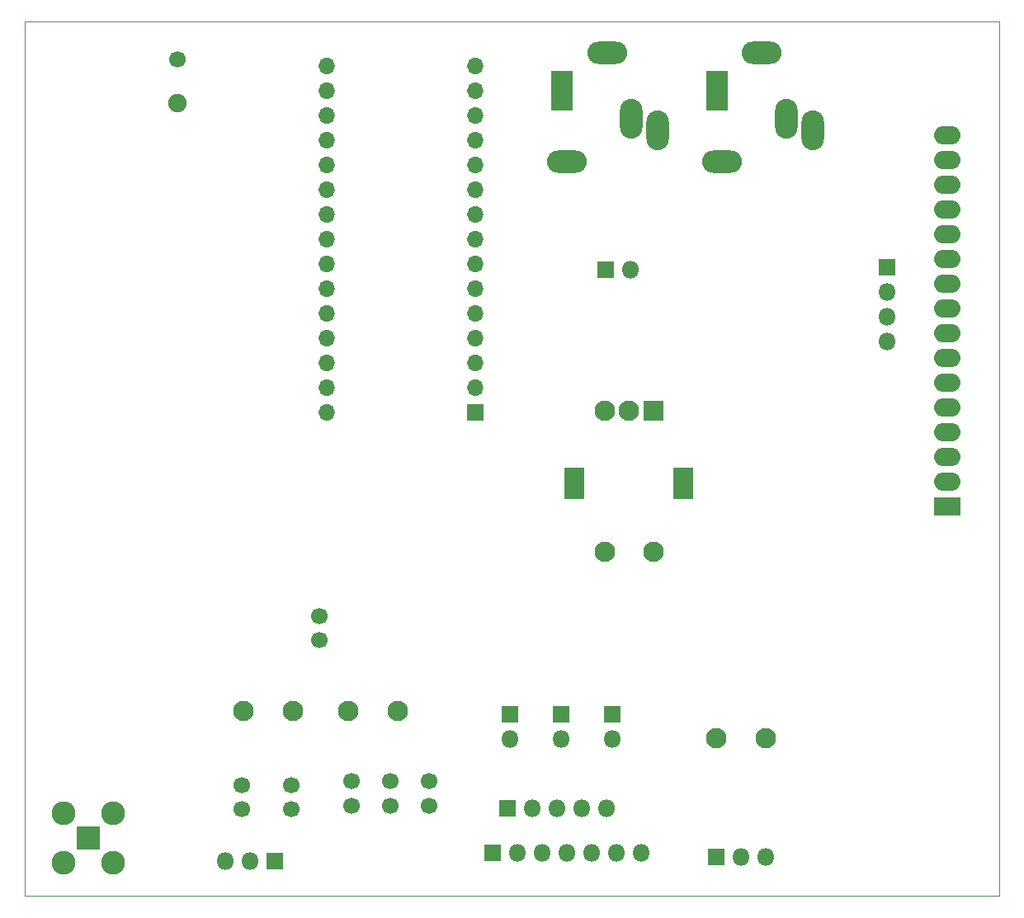
<source format=gbr>
%TF.GenerationSoftware,KiCad,Pcbnew,5.1.6+dfsg1-1*%
%TF.CreationDate,2021-04-07T14:27:39-04:00*%
%TF.ProjectId,uSDX-x,75534458-2d78-42e6-9b69-6361645f7063,rev?*%
%TF.SameCoordinates,Original*%
%TF.FileFunction,Soldermask,Bot*%
%TF.FilePolarity,Negative*%
%FSLAX46Y46*%
G04 Gerber Fmt 4.6, Leading zero omitted, Abs format (unit mm)*
G04 Created by KiCad (PCBNEW 5.1.6+dfsg1-1) date 2021-04-07 14:27:39*
%MOMM*%
%LPD*%
G01*
G04 APERTURE LIST*
%TA.AperFunction,Profile*%
%ADD10C,0.050000*%
%TD*%
%ADD11C,1.900000*%
%ADD12C,1.700000*%
%ADD13C,2.440000*%
%ADD14R,2.440000X2.440000*%
%ADD15O,2.700000X1.900000*%
%ADD16R,2.700000X1.900000*%
%ADD17R,2.100000X2.100000*%
%ADD18C,2.100000*%
%ADD19R,2.100000X3.300000*%
%ADD20O,1.800000X1.800000*%
%ADD21R,1.800000X1.800000*%
%ADD22O,4.100000X2.300000*%
%ADD23O,2.300000X4.100000*%
%ADD24R,2.300000X4.100000*%
%ADD25O,1.700000X1.700000*%
%ADD26R,1.700000X1.700000*%
G04 APERTURE END LIST*
D10*
X89350000Y-143150000D02*
X89350000Y-53400000D01*
X189350000Y-143150000D02*
X89350000Y-143150000D01*
X189350000Y-53400000D02*
X189350000Y-143150000D01*
X89350000Y-53400000D02*
X189350000Y-53400000D01*
D11*
%TO.C,J1*%
X105000000Y-61800000D03*
D12*
X105000000Y-57300000D03*
%TD*%
D13*
%TO.C,J3*%
X93380000Y-139740000D03*
X98460000Y-139740000D03*
X93380000Y-134660000D03*
X98460000Y-134660000D03*
D14*
X95920000Y-137200000D03*
%TD*%
D15*
%TO.C,J10*%
X184005000Y-65090000D03*
X184005000Y-67630000D03*
X184005000Y-70170000D03*
X184005000Y-72710000D03*
X184005000Y-75250000D03*
X184005000Y-77790000D03*
X184005000Y-80330000D03*
X184005000Y-82870000D03*
X184005000Y-85410000D03*
X184005000Y-87950000D03*
X184005000Y-90490000D03*
X184005000Y-93030000D03*
X184005000Y-95570000D03*
X184005000Y-98110000D03*
X184005000Y-100650000D03*
D16*
X184005000Y-103190000D03*
%TD*%
D17*
%TO.C,SW4*%
X153850000Y-93320000D03*
D18*
X151350000Y-93320000D03*
X148850000Y-93320000D03*
D19*
X156950000Y-100820000D03*
X145750000Y-100820000D03*
D18*
X153850000Y-107820000D03*
X148850000Y-107820000D03*
%TD*%
D20*
%TO.C,J9*%
X177850000Y-86270000D03*
X177850000Y-83730000D03*
X177850000Y-81190000D03*
D21*
X177850000Y-78650000D03*
%TD*%
D20*
%TO.C,MK1*%
X151505000Y-78910000D03*
D21*
X148965000Y-78910000D03*
%TD*%
D18*
%TO.C,L3*%
X160346400Y-126950000D03*
X165426400Y-126950000D03*
%TD*%
%TO.C,L2*%
X111770000Y-124142800D03*
X116850000Y-124142800D03*
%TD*%
%TO.C,L1*%
X122520000Y-124150000D03*
X127600000Y-124150000D03*
%TD*%
D20*
%TO.C,J13*%
X165375600Y-139142000D03*
X162835600Y-139142000D03*
D21*
X160295600Y-139142000D03*
%TD*%
D22*
%TO.C,J12*%
X164995000Y-56595000D03*
D23*
X170195000Y-64595000D03*
X167495000Y-63395000D03*
D22*
X160895000Y-67795000D03*
D24*
X160395000Y-60495000D03*
%TD*%
D22*
%TO.C,J11*%
X149120000Y-56595000D03*
D23*
X154320000Y-64595000D03*
X151620000Y-63395000D03*
D22*
X145020000Y-67795000D03*
D24*
X144520000Y-60495000D03*
%TD*%
D21*
%TO.C,J8*%
X137400000Y-138700000D03*
D20*
X139940000Y-138700000D03*
X142480000Y-138700000D03*
X145020000Y-138700000D03*
X147560000Y-138700000D03*
X150100000Y-138700000D03*
X152640000Y-138700000D03*
%TD*%
D21*
%TO.C,J7*%
X149650000Y-124550000D03*
D20*
X149650000Y-127090000D03*
%TD*%
D21*
%TO.C,J6*%
X144400000Y-124550000D03*
D20*
X144400000Y-127090000D03*
%TD*%
D21*
%TO.C,J5*%
X139150000Y-124550000D03*
D20*
X139150000Y-127090000D03*
%TD*%
D21*
%TO.C,J4*%
X138900000Y-134200000D03*
D20*
X141440000Y-134200000D03*
X143980000Y-134200000D03*
X146520000Y-134200000D03*
X149060000Y-134200000D03*
%TD*%
%TO.C,J2*%
X109920000Y-139600000D03*
X112460000Y-139600000D03*
D21*
X115000000Y-139600000D03*
%TD*%
D12*
%TO.C,C30*%
X122850000Y-133900000D03*
X122850000Y-131400000D03*
%TD*%
%TO.C,C20*%
X111616600Y-134273400D03*
X111616600Y-131773400D03*
%TD*%
%TO.C,C19*%
X116696600Y-134273400D03*
X116696600Y-131773400D03*
%TD*%
%TO.C,C18*%
X119600000Y-114400000D03*
X119600000Y-116900000D03*
%TD*%
%TO.C,C15*%
X126850000Y-133900000D03*
X126850000Y-131400000D03*
%TD*%
%TO.C,C14*%
X130850000Y-131400000D03*
X130850000Y-133900000D03*
%TD*%
D25*
%TO.C,A1*%
X120390000Y-57955000D03*
X135630000Y-57955000D03*
X120390000Y-93515000D03*
X135630000Y-60495000D03*
X120390000Y-90975000D03*
X135630000Y-63035000D03*
X120390000Y-88435000D03*
X135630000Y-65575000D03*
X120390000Y-85895000D03*
X135630000Y-68115000D03*
X120390000Y-83355000D03*
X135630000Y-70655000D03*
X120390000Y-80815000D03*
X135630000Y-73195000D03*
X120390000Y-78275000D03*
X135630000Y-75735000D03*
X120390000Y-75735000D03*
X135630000Y-78275000D03*
X120390000Y-73195000D03*
X135630000Y-80815000D03*
X120390000Y-70655000D03*
X135630000Y-83355000D03*
X120390000Y-68115000D03*
X135630000Y-85895000D03*
X120390000Y-65575000D03*
X135630000Y-88435000D03*
X120390000Y-63035000D03*
X135630000Y-90975000D03*
X120390000Y-60495000D03*
D26*
X135630000Y-93515000D03*
%TD*%
M02*

</source>
